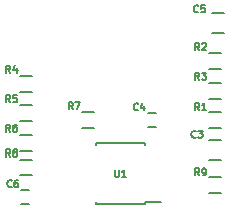
<source format=gto>
G04 #@! TF.FileFunction,Legend,Top*
%FSLAX46Y46*%
G04 Gerber Fmt 4.6, Leading zero omitted, Abs format (unit mm)*
G04 Created by KiCad (PCBNEW 4.0.4-1.fc24-product) date Tue Jun 12 16:25:03 2018*
%MOMM*%
%LPD*%
G01*
G04 APERTURE LIST*
%ADD10C,0.100000*%
%ADD11C,0.150000*%
G04 APERTURE END LIST*
D10*
D11*
X160500000Y-87675000D02*
X159500000Y-87675000D01*
X159500000Y-86325000D02*
X160500000Y-86325000D01*
X154075000Y-88575000D02*
X154075000Y-88430000D01*
X149925000Y-88575000D02*
X149925000Y-88430000D01*
X149925000Y-83425000D02*
X149925000Y-83570000D01*
X154075000Y-83425000D02*
X154075000Y-83570000D01*
X154075000Y-88575000D02*
X149925000Y-88575000D01*
X154075000Y-83425000D02*
X149925000Y-83425000D01*
X154075000Y-88430000D02*
X155475000Y-88430000D01*
X144500000Y-86175000D02*
X143500000Y-86175000D01*
X143500000Y-84825000D02*
X144500000Y-84825000D01*
X144500000Y-84075000D02*
X143500000Y-84075000D01*
X143500000Y-82725000D02*
X144500000Y-82725000D01*
X144500000Y-81575000D02*
X143500000Y-81575000D01*
X143500000Y-80225000D02*
X144500000Y-80225000D01*
X144500000Y-79075000D02*
X143500000Y-79075000D01*
X143500000Y-77725000D02*
X144500000Y-77725000D01*
X159500000Y-80825000D02*
X160500000Y-80825000D01*
X160500000Y-82175000D02*
X159500000Y-82175000D01*
X160500000Y-77175000D02*
X159500000Y-77175000D01*
X159500000Y-75825000D02*
X160500000Y-75825000D01*
X160500000Y-83150000D02*
X159500000Y-83150000D01*
X159500000Y-84850000D02*
X160500000Y-84850000D01*
X160500000Y-79675000D02*
X159500000Y-79675000D01*
X159500000Y-78325000D02*
X160500000Y-78325000D01*
X149800000Y-82175000D02*
X148800000Y-82175000D01*
X148800000Y-80825000D02*
X149800000Y-80825000D01*
X160800000Y-72450000D02*
X159800000Y-72450000D01*
X159800000Y-74150000D02*
X160800000Y-74150000D01*
X144300000Y-88600000D02*
X143600000Y-88600000D01*
X143600000Y-87400000D02*
X144300000Y-87400000D01*
X154350000Y-80900000D02*
X155050000Y-80900000D01*
X155050000Y-82100000D02*
X154350000Y-82100000D01*
X158700000Y-86171429D02*
X158500000Y-85885714D01*
X158357143Y-86171429D02*
X158357143Y-85571429D01*
X158585715Y-85571429D01*
X158642857Y-85600000D01*
X158671429Y-85628571D01*
X158700000Y-85685714D01*
X158700000Y-85771429D01*
X158671429Y-85828571D01*
X158642857Y-85857143D01*
X158585715Y-85885714D01*
X158357143Y-85885714D01*
X158985715Y-86171429D02*
X159100000Y-86171429D01*
X159157143Y-86142857D01*
X159185715Y-86114286D01*
X159242857Y-86028571D01*
X159271429Y-85914286D01*
X159271429Y-85685714D01*
X159242857Y-85628571D01*
X159214286Y-85600000D01*
X159157143Y-85571429D01*
X159042857Y-85571429D01*
X158985715Y-85600000D01*
X158957143Y-85628571D01*
X158928572Y-85685714D01*
X158928572Y-85828571D01*
X158957143Y-85885714D01*
X158985715Y-85914286D01*
X159042857Y-85942857D01*
X159157143Y-85942857D01*
X159214286Y-85914286D01*
X159242857Y-85885714D01*
X159271429Y-85828571D01*
X151542857Y-85671429D02*
X151542857Y-86157143D01*
X151571429Y-86214286D01*
X151600000Y-86242857D01*
X151657143Y-86271429D01*
X151771429Y-86271429D01*
X151828571Y-86242857D01*
X151857143Y-86214286D01*
X151885714Y-86157143D01*
X151885714Y-85671429D01*
X152485714Y-86271429D02*
X152142857Y-86271429D01*
X152314285Y-86271429D02*
X152314285Y-85671429D01*
X152257142Y-85757143D01*
X152200000Y-85814286D01*
X152142857Y-85842857D01*
X142700000Y-84571429D02*
X142500000Y-84285714D01*
X142357143Y-84571429D02*
X142357143Y-83971429D01*
X142585715Y-83971429D01*
X142642857Y-84000000D01*
X142671429Y-84028571D01*
X142700000Y-84085714D01*
X142700000Y-84171429D01*
X142671429Y-84228571D01*
X142642857Y-84257143D01*
X142585715Y-84285714D01*
X142357143Y-84285714D01*
X143042857Y-84228571D02*
X142985715Y-84200000D01*
X142957143Y-84171429D01*
X142928572Y-84114286D01*
X142928572Y-84085714D01*
X142957143Y-84028571D01*
X142985715Y-84000000D01*
X143042857Y-83971429D01*
X143157143Y-83971429D01*
X143214286Y-84000000D01*
X143242857Y-84028571D01*
X143271429Y-84085714D01*
X143271429Y-84114286D01*
X143242857Y-84171429D01*
X143214286Y-84200000D01*
X143157143Y-84228571D01*
X143042857Y-84228571D01*
X142985715Y-84257143D01*
X142957143Y-84285714D01*
X142928572Y-84342857D01*
X142928572Y-84457143D01*
X142957143Y-84514286D01*
X142985715Y-84542857D01*
X143042857Y-84571429D01*
X143157143Y-84571429D01*
X143214286Y-84542857D01*
X143242857Y-84514286D01*
X143271429Y-84457143D01*
X143271429Y-84342857D01*
X143242857Y-84285714D01*
X143214286Y-84257143D01*
X143157143Y-84228571D01*
X142700000Y-82471429D02*
X142500000Y-82185714D01*
X142357143Y-82471429D02*
X142357143Y-81871429D01*
X142585715Y-81871429D01*
X142642857Y-81900000D01*
X142671429Y-81928571D01*
X142700000Y-81985714D01*
X142700000Y-82071429D01*
X142671429Y-82128571D01*
X142642857Y-82157143D01*
X142585715Y-82185714D01*
X142357143Y-82185714D01*
X143214286Y-81871429D02*
X143100000Y-81871429D01*
X143042857Y-81900000D01*
X143014286Y-81928571D01*
X142957143Y-82014286D01*
X142928572Y-82128571D01*
X142928572Y-82357143D01*
X142957143Y-82414286D01*
X142985715Y-82442857D01*
X143042857Y-82471429D01*
X143157143Y-82471429D01*
X143214286Y-82442857D01*
X143242857Y-82414286D01*
X143271429Y-82357143D01*
X143271429Y-82214286D01*
X143242857Y-82157143D01*
X143214286Y-82128571D01*
X143157143Y-82100000D01*
X143042857Y-82100000D01*
X142985715Y-82128571D01*
X142957143Y-82157143D01*
X142928572Y-82214286D01*
X142700000Y-79971429D02*
X142500000Y-79685714D01*
X142357143Y-79971429D02*
X142357143Y-79371429D01*
X142585715Y-79371429D01*
X142642857Y-79400000D01*
X142671429Y-79428571D01*
X142700000Y-79485714D01*
X142700000Y-79571429D01*
X142671429Y-79628571D01*
X142642857Y-79657143D01*
X142585715Y-79685714D01*
X142357143Y-79685714D01*
X143242857Y-79371429D02*
X142957143Y-79371429D01*
X142928572Y-79657143D01*
X142957143Y-79628571D01*
X143014286Y-79600000D01*
X143157143Y-79600000D01*
X143214286Y-79628571D01*
X143242857Y-79657143D01*
X143271429Y-79714286D01*
X143271429Y-79857143D01*
X143242857Y-79914286D01*
X143214286Y-79942857D01*
X143157143Y-79971429D01*
X143014286Y-79971429D01*
X142957143Y-79942857D01*
X142928572Y-79914286D01*
X142700000Y-77471429D02*
X142500000Y-77185714D01*
X142357143Y-77471429D02*
X142357143Y-76871429D01*
X142585715Y-76871429D01*
X142642857Y-76900000D01*
X142671429Y-76928571D01*
X142700000Y-76985714D01*
X142700000Y-77071429D01*
X142671429Y-77128571D01*
X142642857Y-77157143D01*
X142585715Y-77185714D01*
X142357143Y-77185714D01*
X143214286Y-77071429D02*
X143214286Y-77471429D01*
X143071429Y-76842857D02*
X142928572Y-77271429D01*
X143300000Y-77271429D01*
X158700000Y-80671429D02*
X158500000Y-80385714D01*
X158357143Y-80671429D02*
X158357143Y-80071429D01*
X158585715Y-80071429D01*
X158642857Y-80100000D01*
X158671429Y-80128571D01*
X158700000Y-80185714D01*
X158700000Y-80271429D01*
X158671429Y-80328571D01*
X158642857Y-80357143D01*
X158585715Y-80385714D01*
X158357143Y-80385714D01*
X159271429Y-80671429D02*
X158928572Y-80671429D01*
X159100000Y-80671429D02*
X159100000Y-80071429D01*
X159042857Y-80157143D01*
X158985715Y-80214286D01*
X158928572Y-80242857D01*
X158700000Y-75571429D02*
X158500000Y-75285714D01*
X158357143Y-75571429D02*
X158357143Y-74971429D01*
X158585715Y-74971429D01*
X158642857Y-75000000D01*
X158671429Y-75028571D01*
X158700000Y-75085714D01*
X158700000Y-75171429D01*
X158671429Y-75228571D01*
X158642857Y-75257143D01*
X158585715Y-75285714D01*
X158357143Y-75285714D01*
X158928572Y-75028571D02*
X158957143Y-75000000D01*
X159014286Y-74971429D01*
X159157143Y-74971429D01*
X159214286Y-75000000D01*
X159242857Y-75028571D01*
X159271429Y-75085714D01*
X159271429Y-75142857D01*
X159242857Y-75228571D01*
X158900000Y-75571429D01*
X159271429Y-75571429D01*
X158400000Y-82914286D02*
X158371429Y-82942857D01*
X158285715Y-82971429D01*
X158228572Y-82971429D01*
X158142857Y-82942857D01*
X158085715Y-82885714D01*
X158057143Y-82828571D01*
X158028572Y-82714286D01*
X158028572Y-82628571D01*
X158057143Y-82514286D01*
X158085715Y-82457143D01*
X158142857Y-82400000D01*
X158228572Y-82371429D01*
X158285715Y-82371429D01*
X158371429Y-82400000D01*
X158400000Y-82428571D01*
X158600000Y-82371429D02*
X158971429Y-82371429D01*
X158771429Y-82600000D01*
X158857143Y-82600000D01*
X158914286Y-82628571D01*
X158942857Y-82657143D01*
X158971429Y-82714286D01*
X158971429Y-82857143D01*
X158942857Y-82914286D01*
X158914286Y-82942857D01*
X158857143Y-82971429D01*
X158685715Y-82971429D01*
X158628572Y-82942857D01*
X158600000Y-82914286D01*
X158700000Y-78071429D02*
X158500000Y-77785714D01*
X158357143Y-78071429D02*
X158357143Y-77471429D01*
X158585715Y-77471429D01*
X158642857Y-77500000D01*
X158671429Y-77528571D01*
X158700000Y-77585714D01*
X158700000Y-77671429D01*
X158671429Y-77728571D01*
X158642857Y-77757143D01*
X158585715Y-77785714D01*
X158357143Y-77785714D01*
X158900000Y-77471429D02*
X159271429Y-77471429D01*
X159071429Y-77700000D01*
X159157143Y-77700000D01*
X159214286Y-77728571D01*
X159242857Y-77757143D01*
X159271429Y-77814286D01*
X159271429Y-77957143D01*
X159242857Y-78014286D01*
X159214286Y-78042857D01*
X159157143Y-78071429D01*
X158985715Y-78071429D01*
X158928572Y-78042857D01*
X158900000Y-78014286D01*
X148000000Y-80571429D02*
X147800000Y-80285714D01*
X147657143Y-80571429D02*
X147657143Y-79971429D01*
X147885715Y-79971429D01*
X147942857Y-80000000D01*
X147971429Y-80028571D01*
X148000000Y-80085714D01*
X148000000Y-80171429D01*
X147971429Y-80228571D01*
X147942857Y-80257143D01*
X147885715Y-80285714D01*
X147657143Y-80285714D01*
X148200000Y-79971429D02*
X148600000Y-79971429D01*
X148342857Y-80571429D01*
X158600000Y-72314286D02*
X158571429Y-72342857D01*
X158485715Y-72371429D01*
X158428572Y-72371429D01*
X158342857Y-72342857D01*
X158285715Y-72285714D01*
X158257143Y-72228571D01*
X158228572Y-72114286D01*
X158228572Y-72028571D01*
X158257143Y-71914286D01*
X158285715Y-71857143D01*
X158342857Y-71800000D01*
X158428572Y-71771429D01*
X158485715Y-71771429D01*
X158571429Y-71800000D01*
X158600000Y-71828571D01*
X159142857Y-71771429D02*
X158857143Y-71771429D01*
X158828572Y-72057143D01*
X158857143Y-72028571D01*
X158914286Y-72000000D01*
X159057143Y-72000000D01*
X159114286Y-72028571D01*
X159142857Y-72057143D01*
X159171429Y-72114286D01*
X159171429Y-72257143D01*
X159142857Y-72314286D01*
X159114286Y-72342857D01*
X159057143Y-72371429D01*
X158914286Y-72371429D01*
X158857143Y-72342857D01*
X158828572Y-72314286D01*
X142800000Y-87114286D02*
X142771429Y-87142857D01*
X142685715Y-87171429D01*
X142628572Y-87171429D01*
X142542857Y-87142857D01*
X142485715Y-87085714D01*
X142457143Y-87028571D01*
X142428572Y-86914286D01*
X142428572Y-86828571D01*
X142457143Y-86714286D01*
X142485715Y-86657143D01*
X142542857Y-86600000D01*
X142628572Y-86571429D01*
X142685715Y-86571429D01*
X142771429Y-86600000D01*
X142800000Y-86628571D01*
X143314286Y-86571429D02*
X143200000Y-86571429D01*
X143142857Y-86600000D01*
X143114286Y-86628571D01*
X143057143Y-86714286D01*
X143028572Y-86828571D01*
X143028572Y-87057143D01*
X143057143Y-87114286D01*
X143085715Y-87142857D01*
X143142857Y-87171429D01*
X143257143Y-87171429D01*
X143314286Y-87142857D01*
X143342857Y-87114286D01*
X143371429Y-87057143D01*
X143371429Y-86914286D01*
X143342857Y-86857143D01*
X143314286Y-86828571D01*
X143257143Y-86800000D01*
X143142857Y-86800000D01*
X143085715Y-86828571D01*
X143057143Y-86857143D01*
X143028572Y-86914286D01*
X153500000Y-80614286D02*
X153471429Y-80642857D01*
X153385715Y-80671429D01*
X153328572Y-80671429D01*
X153242857Y-80642857D01*
X153185715Y-80585714D01*
X153157143Y-80528571D01*
X153128572Y-80414286D01*
X153128572Y-80328571D01*
X153157143Y-80214286D01*
X153185715Y-80157143D01*
X153242857Y-80100000D01*
X153328572Y-80071429D01*
X153385715Y-80071429D01*
X153471429Y-80100000D01*
X153500000Y-80128571D01*
X154014286Y-80271429D02*
X154014286Y-80671429D01*
X153871429Y-80042857D02*
X153728572Y-80471429D01*
X154100000Y-80471429D01*
M02*

</source>
